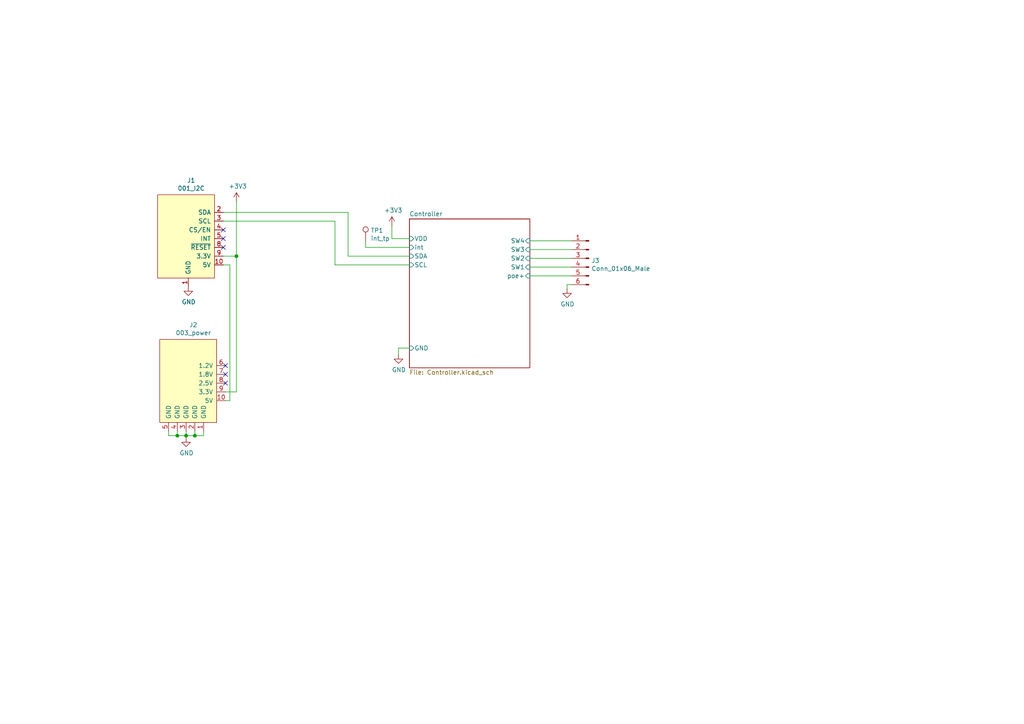
<source format=kicad_sch>
(kicad_sch (version 20211123) (generator eeschema)

  (uuid cc67b15e-1cc5-4352-bfe2-8182f8221ed6)

  (paper "A4")

  (lib_symbols
    (symbol "Connector:Conn_01x06_Male" (pin_names (offset 1.016) hide) (in_bom yes) (on_board yes)
      (property "Reference" "J" (id 0) (at 0 7.62 0)
        (effects (font (size 1.27 1.27)))
      )
      (property "Value" "Conn_01x06_Male" (id 1) (at 0 -10.16 0)
        (effects (font (size 1.27 1.27)))
      )
      (property "Footprint" "" (id 2) (at 0 0 0)
        (effects (font (size 1.27 1.27)) hide)
      )
      (property "Datasheet" "~" (id 3) (at 0 0 0)
        (effects (font (size 1.27 1.27)) hide)
      )
      (property "ki_keywords" "connector" (id 4) (at 0 0 0)
        (effects (font (size 1.27 1.27)) hide)
      )
      (property "ki_description" "Generic connector, single row, 01x06, script generated (kicad-library-utils/schlib/autogen/connector/)" (id 5) (at 0 0 0)
        (effects (font (size 1.27 1.27)) hide)
      )
      (property "ki_fp_filters" "Connector*:*_1x??_*" (id 6) (at 0 0 0)
        (effects (font (size 1.27 1.27)) hide)
      )
      (symbol "Conn_01x06_Male_1_1"
        (polyline
          (pts
            (xy 1.27 -7.62)
            (xy 0.8636 -7.62)
          )
          (stroke (width 0.1524) (type default) (color 0 0 0 0))
          (fill (type none))
        )
        (polyline
          (pts
            (xy 1.27 -5.08)
            (xy 0.8636 -5.08)
          )
          (stroke (width 0.1524) (type default) (color 0 0 0 0))
          (fill (type none))
        )
        (polyline
          (pts
            (xy 1.27 -2.54)
            (xy 0.8636 -2.54)
          )
          (stroke (width 0.1524) (type default) (color 0 0 0 0))
          (fill (type none))
        )
        (polyline
          (pts
            (xy 1.27 0)
            (xy 0.8636 0)
          )
          (stroke (width 0.1524) (type default) (color 0 0 0 0))
          (fill (type none))
        )
        (polyline
          (pts
            (xy 1.27 2.54)
            (xy 0.8636 2.54)
          )
          (stroke (width 0.1524) (type default) (color 0 0 0 0))
          (fill (type none))
        )
        (polyline
          (pts
            (xy 1.27 5.08)
            (xy 0.8636 5.08)
          )
          (stroke (width 0.1524) (type default) (color 0 0 0 0))
          (fill (type none))
        )
        (rectangle (start 0.8636 -7.493) (end 0 -7.747)
          (stroke (width 0.1524) (type default) (color 0 0 0 0))
          (fill (type outline))
        )
        (rectangle (start 0.8636 -4.953) (end 0 -5.207)
          (stroke (width 0.1524) (type default) (color 0 0 0 0))
          (fill (type outline))
        )
        (rectangle (start 0.8636 -2.413) (end 0 -2.667)
          (stroke (width 0.1524) (type default) (color 0 0 0 0))
          (fill (type outline))
        )
        (rectangle (start 0.8636 0.127) (end 0 -0.127)
          (stroke (width 0.1524) (type default) (color 0 0 0 0))
          (fill (type outline))
        )
        (rectangle (start 0.8636 2.667) (end 0 2.413)
          (stroke (width 0.1524) (type default) (color 0 0 0 0))
          (fill (type outline))
        )
        (rectangle (start 0.8636 5.207) (end 0 4.953)
          (stroke (width 0.1524) (type default) (color 0 0 0 0))
          (fill (type outline))
        )
        (pin passive line (at 5.08 5.08 180) (length 3.81)
          (name "Pin_1" (effects (font (size 1.27 1.27))))
          (number "1" (effects (font (size 1.27 1.27))))
        )
        (pin passive line (at 5.08 2.54 180) (length 3.81)
          (name "Pin_2" (effects (font (size 1.27 1.27))))
          (number "2" (effects (font (size 1.27 1.27))))
        )
        (pin passive line (at 5.08 0 180) (length 3.81)
          (name "Pin_3" (effects (font (size 1.27 1.27))))
          (number "3" (effects (font (size 1.27 1.27))))
        )
        (pin passive line (at 5.08 -2.54 180) (length 3.81)
          (name "Pin_4" (effects (font (size 1.27 1.27))))
          (number "4" (effects (font (size 1.27 1.27))))
        )
        (pin passive line (at 5.08 -5.08 180) (length 3.81)
          (name "Pin_5" (effects (font (size 1.27 1.27))))
          (number "5" (effects (font (size 1.27 1.27))))
        )
        (pin passive line (at 5.08 -7.62 180) (length 3.81)
          (name "Pin_6" (effects (font (size 1.27 1.27))))
          (number "6" (effects (font (size 1.27 1.27))))
        )
      )
    )
    (symbol "Connector:TestPoint" (pin_numbers hide) (pin_names (offset 0.762) hide) (in_bom yes) (on_board yes)
      (property "Reference" "TP" (id 0) (at 0 6.858 0)
        (effects (font (size 1.27 1.27)))
      )
      (property "Value" "TestPoint" (id 1) (at 0 5.08 0)
        (effects (font (size 1.27 1.27)))
      )
      (property "Footprint" "" (id 2) (at 5.08 0 0)
        (effects (font (size 1.27 1.27)) hide)
      )
      (property "Datasheet" "~" (id 3) (at 5.08 0 0)
        (effects (font (size 1.27 1.27)) hide)
      )
      (property "ki_keywords" "test point tp" (id 4) (at 0 0 0)
        (effects (font (size 1.27 1.27)) hide)
      )
      (property "ki_description" "test point" (id 5) (at 0 0 0)
        (effects (font (size 1.27 1.27)) hide)
      )
      (property "ki_fp_filters" "Pin* Test*" (id 6) (at 0 0 0)
        (effects (font (size 1.27 1.27)) hide)
      )
      (symbol "TestPoint_0_1"
        (circle (center 0 3.302) (radius 0.762)
          (stroke (width 0) (type default) (color 0 0 0 0))
          (fill (type none))
        )
      )
      (symbol "TestPoint_1_1"
        (pin passive line (at 0 0 90) (length 2.54)
          (name "1" (effects (font (size 1.27 1.27))))
          (number "1" (effects (font (size 1.27 1.27))))
        )
      )
    )
    (symbol "board-rescue:+3.3V-power" (power) (pin_names (offset 0)) (in_bom yes) (on_board yes)
      (property "Reference" "#PWR" (id 0) (at 0 -3.81 0)
        (effects (font (size 1.27 1.27)) hide)
      )
      (property "Value" "+3.3V-power" (id 1) (at 0 3.556 0)
        (effects (font (size 1.27 1.27)))
      )
      (property "Footprint" "" (id 2) (at 0 0 0)
        (effects (font (size 1.27 1.27)) hide)
      )
      (property "Datasheet" "" (id 3) (at 0 0 0)
        (effects (font (size 1.27 1.27)) hide)
      )
      (symbol "+3.3V-power_0_1"
        (polyline
          (pts
            (xy -0.762 1.27)
            (xy 0 2.54)
          )
          (stroke (width 0) (type default) (color 0 0 0 0))
          (fill (type none))
        )
        (polyline
          (pts
            (xy 0 0)
            (xy 0 2.54)
          )
          (stroke (width 0) (type default) (color 0 0 0 0))
          (fill (type none))
        )
        (polyline
          (pts
            (xy 0 2.54)
            (xy 0.762 1.27)
          )
          (stroke (width 0) (type default) (color 0 0 0 0))
          (fill (type none))
        )
      )
      (symbol "+3.3V-power_1_1"
        (pin power_in line (at 0 0 90) (length 0) hide
          (name "+3V3" (effects (font (size 1.27 1.27))))
          (number "1" (effects (font (size 1.27 1.27))))
        )
      )
    )
    (symbol "board-rescue:001_I2C-put_on_edge" (pin_names (offset 1.016)) (in_bom yes) (on_board yes)
      (property "Reference" "J" (id 0) (at -2.54 13.97 0)
        (effects (font (size 1.27 1.27)))
      )
      (property "Value" "001_I2C-put_on_edge" (id 1) (at 8.89 13.97 0)
        (effects (font (size 1.27 1.27)))
      )
      (property "Footprint" "" (id 2) (at 7.62 16.51 0)
        (effects (font (size 1.27 1.27)) hide)
      )
      (property "Datasheet" "" (id 3) (at 7.62 16.51 0)
        (effects (font (size 1.27 1.27)) hide)
      )
      (symbol "001_I2C-put_on_edge_0_1"
        (rectangle (start -8.89 12.7) (end 7.62 -11.43)
          (stroke (width 0) (type default) (color 0 0 0 0))
          (fill (type background))
        )
      )
      (symbol "001_I2C-put_on_edge_1_1"
        (pin power_in line (at -1.27 -13.97 90) (length 2.54)
          (name "GND" (effects (font (size 1.27 1.27))))
          (number "1" (effects (font (size 1.27 1.27))))
        )
        (pin power_in line (at -11.43 -7.62 0) (length 2.54)
          (name "5V" (effects (font (size 1.27 1.27))))
          (number "10" (effects (font (size 1.27 1.27))))
        )
        (pin bidirectional line (at -11.43 7.62 0) (length 2.54)
          (name "SDA" (effects (font (size 1.27 1.27))))
          (number "2" (effects (font (size 1.27 1.27))))
        )
        (pin bidirectional line (at -11.43 5.08 0) (length 2.54)
          (name "SCL" (effects (font (size 1.27 1.27))))
          (number "3" (effects (font (size 1.27 1.27))))
        )
        (pin bidirectional line (at -11.43 2.54 0) (length 2.54)
          (name "CS/EN" (effects (font (size 1.27 1.27))))
          (number "4" (effects (font (size 1.27 1.27))))
        )
        (pin bidirectional line (at -11.43 0 0) (length 2.54)
          (name "INT" (effects (font (size 1.27 1.27))))
          (number "5" (effects (font (size 1.27 1.27))))
        )
        (pin bidirectional line (at -11.43 -2.54 0) (length 2.54)
          (name "~{RESET}" (effects (font (size 1.27 1.27))))
          (number "8" (effects (font (size 1.27 1.27))))
        )
        (pin power_in line (at -11.43 -5.08 0) (length 2.54)
          (name "3.3V" (effects (font (size 1.27 1.27))))
          (number "9" (effects (font (size 1.27 1.27))))
        )
      )
    )
    (symbol "board-rescue:003_power-put_on_edge" (pin_names (offset 1.016)) (in_bom yes) (on_board yes)
      (property "Reference" "J" (id 0) (at -2.54 13.97 0)
        (effects (font (size 1.27 1.27)))
      )
      (property "Value" "003_power-put_on_edge" (id 1) (at 8.89 13.97 0)
        (effects (font (size 1.27 1.27)))
      )
      (property "Footprint" "" (id 2) (at 7.62 16.51 0)
        (effects (font (size 1.27 1.27)) hide)
      )
      (property "Datasheet" "" (id 3) (at 7.62 16.51 0)
        (effects (font (size 1.27 1.27)) hide)
      )
      (symbol "003_power-put_on_edge_0_1"
        (rectangle (start -8.89 12.7) (end 7.62 -11.43)
          (stroke (width 0) (type default) (color 0 0 0 0))
          (fill (type background))
        )
      )
      (symbol "003_power-put_on_edge_1_1"
        (pin power_in line (at -5.08 -13.97 90) (length 2.54)
          (name "GND" (effects (font (size 1.27 1.27))))
          (number "1" (effects (font (size 1.27 1.27))))
        )
        (pin power_out line (at -11.43 -5.08 0) (length 2.54)
          (name "5V" (effects (font (size 1.27 1.27))))
          (number "10" (effects (font (size 1.27 1.27))))
        )
        (pin power_in line (at -2.54 -13.97 90) (length 2.54)
          (name "GND" (effects (font (size 1.27 1.27))))
          (number "2" (effects (font (size 1.27 1.27))))
        )
        (pin power_in line (at 0 -13.97 90) (length 2.54)
          (name "GND" (effects (font (size 1.27 1.27))))
          (number "3" (effects (font (size 1.27 1.27))))
        )
        (pin power_in line (at 2.54 -13.97 90) (length 2.54)
          (name "GND" (effects (font (size 1.27 1.27))))
          (number "4" (effects (font (size 1.27 1.27))))
        )
        (pin power_in line (at 5.08 -13.97 90) (length 2.54)
          (name "GND" (effects (font (size 1.27 1.27))))
          (number "5" (effects (font (size 1.27 1.27))))
        )
        (pin power_out line (at -11.43 5.08 0) (length 2.54)
          (name "1.2V" (effects (font (size 1.27 1.27))))
          (number "6" (effects (font (size 1.27 1.27))))
        )
        (pin power_out line (at -11.43 2.54 0) (length 2.54)
          (name "1.8V" (effects (font (size 1.27 1.27))))
          (number "7" (effects (font (size 1.27 1.27))))
        )
        (pin power_out line (at -11.43 0 0) (length 2.54)
          (name "2.5V" (effects (font (size 1.27 1.27))))
          (number "8" (effects (font (size 1.27 1.27))))
        )
        (pin power_out line (at -11.43 -2.54 0) (length 2.54)
          (name "3.3V" (effects (font (size 1.27 1.27))))
          (number "9" (effects (font (size 1.27 1.27))))
        )
      )
    )
    (symbol "power:GND" (power) (pin_names (offset 0)) (in_bom yes) (on_board yes)
      (property "Reference" "#PWR" (id 0) (at 0 -6.35 0)
        (effects (font (size 1.27 1.27)) hide)
      )
      (property "Value" "GND" (id 1) (at 0 -3.81 0)
        (effects (font (size 1.27 1.27)))
      )
      (property "Footprint" "" (id 2) (at 0 0 0)
        (effects (font (size 1.27 1.27)) hide)
      )
      (property "Datasheet" "" (id 3) (at 0 0 0)
        (effects (font (size 1.27 1.27)) hide)
      )
      (property "ki_keywords" "power-flag" (id 4) (at 0 0 0)
        (effects (font (size 1.27 1.27)) hide)
      )
      (property "ki_description" "Power symbol creates a global label with name \"GND\" , ground" (id 5) (at 0 0 0)
        (effects (font (size 1.27 1.27)) hide)
      )
      (symbol "GND_0_1"
        (polyline
          (pts
            (xy 0 0)
            (xy 0 -1.27)
            (xy 1.27 -1.27)
            (xy 0 -2.54)
            (xy -1.27 -1.27)
            (xy 0 -1.27)
          )
          (stroke (width 0) (type default) (color 0 0 0 0))
          (fill (type none))
        )
      )
      (symbol "GND_1_1"
        (pin power_in line (at 0 0 270) (length 0) hide
          (name "GND" (effects (font (size 1.27 1.27))))
          (number "1" (effects (font (size 1.27 1.27))))
        )
      )
    )
  )

  (junction (at 51.435 126.365) (diameter 0) (color 0 0 0 0)
    (uuid 0d5490d5-deb1-4092-854f-dba1bbfbf62c)
  )
  (junction (at 53.975 126.365) (diameter 0) (color 0 0 0 0)
    (uuid 31eda880-bce6-49d8-9bd2-ad399e3375c1)
  )
  (junction (at 56.515 126.365) (diameter 0) (color 0 0 0 0)
    (uuid 536fa382-b64d-4cd5-ac85-60c28936a9ca)
  )
  (junction (at 68.58 74.295) (diameter 0) (color 0 0 0 0)
    (uuid ceb095e5-3997-4ef8-a090-f97f3954755d)
  )

  (no_connect (at 64.77 69.215) (uuid 02e903e7-39c2-4462-a4fa-0826b92b697d))
  (no_connect (at 65.405 108.585) (uuid 097f5ff9-8fff-4a5a-be43-2d4a5b696ee5))
  (no_connect (at 65.405 111.125) (uuid 2b287596-5847-4804-b91c-cedc9217f91c))
  (no_connect (at 64.77 71.755) (uuid 9cfd287b-2e8d-4b08-98f9-2d86a9213ee4))
  (no_connect (at 65.405 106.045) (uuid ba02edc2-1193-4e01-bd13-06688e5f9f02))
  (no_connect (at 64.77 66.675) (uuid be76ccc1-0a8a-4c3b-aec9-9b33e3ca00ed))

  (wire (pts (xy 64.77 76.835) (xy 66.675 76.835))
    (stroke (width 0) (type default) (color 0 0 0 0))
    (uuid 05ed8992-e352-4f6a-8aec-4bd71bb9735c)
  )
  (wire (pts (xy 64.77 74.295) (xy 68.58 74.295))
    (stroke (width 0) (type default) (color 0 0 0 0))
    (uuid 07e63c96-e094-4a11-bba4-990ab6012769)
  )
  (wire (pts (xy 68.58 74.295) (xy 68.58 113.665))
    (stroke (width 0) (type default) (color 0 0 0 0))
    (uuid 0a7273b9-5548-4f6f-9327-3f55c2df64be)
  )
  (wire (pts (xy 113.665 65.405) (xy 113.665 69.215))
    (stroke (width 0) (type default) (color 0 0 0 0))
    (uuid 0c1db0a1-451f-4e50-b4a3-692eb3919a0f)
  )
  (wire (pts (xy 48.895 126.365) (xy 51.435 126.365))
    (stroke (width 0) (type default) (color 0 0 0 0))
    (uuid 0d848fe5-bf5d-4e0f-8f51-cf2793515ab0)
  )
  (wire (pts (xy 59.055 126.365) (xy 59.055 125.095))
    (stroke (width 0) (type default) (color 0 0 0 0))
    (uuid 0d8a6a8e-06aa-4829-9f5d-28d51df87f54)
  )
  (wire (pts (xy 66.675 116.205) (xy 66.675 76.835))
    (stroke (width 0) (type default) (color 0 0 0 0))
    (uuid 100ab2d3-eab7-4907-a5ed-cbcf747b3720)
  )
  (wire (pts (xy 56.515 125.095) (xy 56.515 126.365))
    (stroke (width 0) (type default) (color 0 0 0 0))
    (uuid 148cf7ae-ef21-488f-b127-7488757603d8)
  )
  (wire (pts (xy 118.745 74.295) (xy 100.965 74.295))
    (stroke (width 0) (type default) (color 0 0 0 0))
    (uuid 166f7130-85d2-428f-8da4-f026eb51319a)
  )
  (wire (pts (xy 113.665 69.215) (xy 118.745 69.215))
    (stroke (width 0) (type default) (color 0 0 0 0))
    (uuid 36f7afcc-cceb-439a-b109-f6a392c28e2c)
  )
  (wire (pts (xy 53.975 125.095) (xy 53.975 126.365))
    (stroke (width 0) (type default) (color 0 0 0 0))
    (uuid 4c54a8f6-8900-4304-a286-1db5f290f9b5)
  )
  (wire (pts (xy 97.155 64.135) (xy 97.155 76.835))
    (stroke (width 0) (type default) (color 0 0 0 0))
    (uuid 4cb57171-f0d0-4ee4-a364-20be869b2b2c)
  )
  (wire (pts (xy 165.735 74.93) (xy 153.67 74.93))
    (stroke (width 0) (type default) (color 0 0 0 0))
    (uuid 4e3b072b-25f8-4369-a280-7428af26b524)
  )
  (wire (pts (xy 64.77 64.135) (xy 97.155 64.135))
    (stroke (width 0) (type default) (color 0 0 0 0))
    (uuid 5ad324ac-daa1-47b7-a1b8-ccdddd3b92d5)
  )
  (wire (pts (xy 115.57 100.965) (xy 118.745 100.965))
    (stroke (width 0) (type default) (color 0 0 0 0))
    (uuid 5c9c0e93-1065-4204-aee4-aeb5794bdcd7)
  )
  (wire (pts (xy 48.895 125.095) (xy 48.895 126.365))
    (stroke (width 0) (type default) (color 0 0 0 0))
    (uuid 61323245-78ff-4c79-b6d7-447ad5ba219c)
  )
  (wire (pts (xy 53.975 126.365) (xy 56.515 126.365))
    (stroke (width 0) (type default) (color 0 0 0 0))
    (uuid 61a2d98f-1e3d-4e43-a00c-3a599ed11c8f)
  )
  (wire (pts (xy 53.975 126.365) (xy 53.975 127))
    (stroke (width 0) (type default) (color 0 0 0 0))
    (uuid 64529a75-6efe-4b38-a3b5-d0129771f94d)
  )
  (wire (pts (xy 65.405 113.665) (xy 68.58 113.665))
    (stroke (width 0) (type default) (color 0 0 0 0))
    (uuid 77d7d909-e9cf-4498-b75f-3cbacb8638db)
  )
  (wire (pts (xy 164.465 83.82) (xy 164.465 82.55))
    (stroke (width 0) (type default) (color 0 0 0 0))
    (uuid 78fc6388-4d3d-46a4-9e3c-3c2dfb41ef04)
  )
  (wire (pts (xy 153.67 77.47) (xy 165.735 77.47))
    (stroke (width 0) (type default) (color 0 0 0 0))
    (uuid 83baac8c-556a-4464-a76c-2616a37c44c8)
  )
  (wire (pts (xy 153.67 72.39) (xy 165.735 72.39))
    (stroke (width 0) (type default) (color 0 0 0 0))
    (uuid 9af93b67-e4fb-4b7c-a66b-404b7d6758f6)
  )
  (wire (pts (xy 165.735 80.01) (xy 153.67 80.01))
    (stroke (width 0) (type default) (color 0 0 0 0))
    (uuid a3ab60b2-f853-42bd-9f04-31787764abc1)
  )
  (wire (pts (xy 65.405 116.205) (xy 66.675 116.205))
    (stroke (width 0) (type default) (color 0 0 0 0))
    (uuid afa5ab1e-996e-444a-9826-6abd30528fa8)
  )
  (wire (pts (xy 153.67 69.85) (xy 165.735 69.85))
    (stroke (width 0) (type default) (color 0 0 0 0))
    (uuid b3f121c9-bbac-4df1-a71e-88afeb157bcd)
  )
  (wire (pts (xy 100.965 74.295) (xy 100.965 61.595))
    (stroke (width 0) (type default) (color 0 0 0 0))
    (uuid b44002b8-b95c-4d8a-a1dd-1a47c3a47802)
  )
  (wire (pts (xy 164.465 82.55) (xy 165.735 82.55))
    (stroke (width 0) (type default) (color 0 0 0 0))
    (uuid b8e9441b-3cbe-4474-8215-dd3931442f0f)
  )
  (wire (pts (xy 100.965 61.595) (xy 64.77 61.595))
    (stroke (width 0) (type default) (color 0 0 0 0))
    (uuid c5bc420d-5325-4b6d-92d6-2320a53b39a0)
  )
  (wire (pts (xy 68.58 58.42) (xy 68.58 74.295))
    (stroke (width 0) (type default) (color 0 0 0 0))
    (uuid c9504b76-b59c-4f73-921f-04eea2734ca1)
  )
  (wire (pts (xy 56.515 126.365) (xy 59.055 126.365))
    (stroke (width 0) (type default) (color 0 0 0 0))
    (uuid cfb0b9bf-ee9c-4d98-9aa4-fe8b1fd73347)
  )
  (wire (pts (xy 51.435 126.365) (xy 53.975 126.365))
    (stroke (width 0) (type default) (color 0 0 0 0))
    (uuid dac7cb48-5629-4f29-8a65-46e8c35ce754)
  )
  (wire (pts (xy 97.155 76.835) (xy 118.745 76.835))
    (stroke (width 0) (type default) (color 0 0 0 0))
    (uuid de458e1a-d3b6-4905-973f-f6786ca6340b)
  )
  (wire (pts (xy 115.57 102.87) (xy 115.57 100.965))
    (stroke (width 0) (type default) (color 0 0 0 0))
    (uuid f03dc5f4-633e-4211-b790-3de5c86509b1)
  )
  (wire (pts (xy 106.045 71.755) (xy 118.745 71.755))
    (stroke (width 0) (type default) (color 0 0 0 0))
    (uuid f08a18f8-240a-49a9-8a9b-38c5bc99345d)
  )
  (wire (pts (xy 106.045 69.85) (xy 106.045 71.755))
    (stroke (width 0) (type default) (color 0 0 0 0))
    (uuid f5d0719e-20b4-42dc-aba7-248e092a86ae)
  )
  (wire (pts (xy 51.435 125.095) (xy 51.435 126.365))
    (stroke (width 0) (type default) (color 0 0 0 0))
    (uuid f881ad03-7cdf-4aad-ade2-e0e056d66352)
  )

  (symbol (lib_id "power:GND") (at 115.57 102.87 0) (unit 1)
    (in_bom yes) (on_board yes)
    (uuid 00000000-0000-0000-0000-00006083d028)
    (property "Reference" "#PWR0101" (id 0) (at 115.57 109.22 0)
      (effects (font (size 1.27 1.27)) hide)
    )
    (property "Value" "" (id 1) (at 115.697 107.2642 0))
    (property "Footprint" "" (id 2) (at 115.57 102.87 0)
      (effects (font (size 1.27 1.27)) hide)
    )
    (property "Datasheet" "" (id 3) (at 115.57 102.87 0)
      (effects (font (size 1.27 1.27)) hide)
    )
    (pin "1" (uuid 0df4b7d2-c56a-48fa-b328-ea80879742ae))
  )

  (symbol (lib_id "board-rescue:+3.3V-power") (at 113.665 65.405 0) (unit 1)
    (in_bom yes) (on_board yes)
    (uuid 00000000-0000-0000-0000-000060841520)
    (property "Reference" "#PWR0102" (id 0) (at 113.665 69.215 0)
      (effects (font (size 1.27 1.27)) hide)
    )
    (property "Value" "" (id 1) (at 114.046 61.0108 0))
    (property "Footprint" "" (id 2) (at 113.665 65.405 0)
      (effects (font (size 1.27 1.27)) hide)
    )
    (property "Datasheet" "" (id 3) (at 113.665 65.405 0)
      (effects (font (size 1.27 1.27)) hide)
    )
    (pin "1" (uuid e6563285-2224-42b9-92c8-1cec4a73def4))
  )

  (symbol (lib_id "board-rescue:001_I2C-put_on_edge") (at 53.34 69.215 0) (mirror y) (unit 1)
    (in_bom yes) (on_board yes)
    (uuid 00000000-0000-0000-0000-000060864f93)
    (property "Reference" "J1" (id 0) (at 55.4482 52.324 0))
    (property "Value" "" (id 1) (at 55.4482 54.6354 0))
    (property "Footprint" "" (id 2) (at 45.72 52.705 0)
      (effects (font (size 1.27 1.27)) hide)
    )
    (property "Datasheet" "" (id 3) (at 45.72 52.705 0)
      (effects (font (size 1.27 1.27)) hide)
    )
    (pin "1" (uuid 590ba20e-df7f-43a2-a776-534176b092d9))
    (pin "10" (uuid e7eb95e7-f489-4a79-8007-db7922355f9a))
    (pin "2" (uuid cb52b52e-5e93-4280-85b4-baf09c4737f2))
    (pin "3" (uuid 1a0e5328-d03b-42d7-9f8b-9bc07ad5de6f))
    (pin "4" (uuid 43efe08a-01e3-458a-8b71-fb831e6a84b4))
    (pin "5" (uuid dddca329-e4a1-4413-8bb1-7ac91efc802d))
    (pin "8" (uuid ec934b66-86f5-4995-8bbf-ac4af56faeff))
    (pin "9" (uuid 8d49e17a-f211-41d1-88fc-82c99631842e))
  )

  (symbol (lib_id "board-rescue:003_power-put_on_edge") (at 53.975 111.125 0) (mirror y) (unit 1)
    (in_bom yes) (on_board yes)
    (uuid 00000000-0000-0000-0000-000060866483)
    (property "Reference" "J2" (id 0) (at 56.0832 94.234 0))
    (property "Value" "" (id 1) (at 56.0832 96.5454 0))
    (property "Footprint" "" (id 2) (at 46.355 94.615 0)
      (effects (font (size 1.27 1.27)) hide)
    )
    (property "Datasheet" "" (id 3) (at 46.355 94.615 0)
      (effects (font (size 1.27 1.27)) hide)
    )
    (pin "1" (uuid d5afc0ff-273d-41b1-aaac-40ddecac9ff7))
    (pin "10" (uuid 7aa9aaa6-223e-4ef2-a564-f9ae6ffd604f))
    (pin "2" (uuid 2e2f78b5-c6ed-4da5-b354-ff851499fc9c))
    (pin "3" (uuid 4169d05e-59aa-4a5e-8a82-298f90430e7c))
    (pin "4" (uuid e59b20ef-249e-4b4c-a744-e70547e0ad11))
    (pin "5" (uuid 24cfe3f7-6f4e-41c8-94fa-99f46e842a29))
    (pin "6" (uuid 8a30a8f4-29b8-42c3-bfa8-f3b4631aac84))
    (pin "7" (uuid 92e218d3-b614-47fe-bfd7-38c27ec02046))
    (pin "8" (uuid 7f726511-44f7-4a44-aaba-82e62475d086))
    (pin "9" (uuid ca2401b0-5637-4e9c-9ce2-58aa2c1c93e4))
  )

  (symbol (lib_id "board-rescue:+3.3V-power") (at 68.58 58.42 0) (unit 1)
    (in_bom yes) (on_board yes)
    (uuid 00000000-0000-0000-0000-000060867a11)
    (property "Reference" "#PWR0103" (id 0) (at 68.58 62.23 0)
      (effects (font (size 1.27 1.27)) hide)
    )
    (property "Value" "" (id 1) (at 68.961 54.0258 0))
    (property "Footprint" "" (id 2) (at 68.58 58.42 0)
      (effects (font (size 1.27 1.27)) hide)
    )
    (property "Datasheet" "" (id 3) (at 68.58 58.42 0)
      (effects (font (size 1.27 1.27)) hide)
    )
    (pin "1" (uuid 0369f8a0-3329-4f4b-9c86-c2bdc4575564))
  )

  (symbol (lib_id "power:GND") (at 53.975 127 0) (unit 1)
    (in_bom yes) (on_board yes)
    (uuid 00000000-0000-0000-0000-0000608687ec)
    (property "Reference" "#PWR0104" (id 0) (at 53.975 133.35 0)
      (effects (font (size 1.27 1.27)) hide)
    )
    (property "Value" "" (id 1) (at 54.102 131.3942 0))
    (property "Footprint" "" (id 2) (at 53.975 127 0)
      (effects (font (size 1.27 1.27)) hide)
    )
    (property "Datasheet" "" (id 3) (at 53.975 127 0)
      (effects (font (size 1.27 1.27)) hide)
    )
    (pin "1" (uuid 22260fde-dc2b-4021-a251-f4caacf85465))
  )

  (symbol (lib_id "power:GND") (at 54.61 83.185 0) (unit 1)
    (in_bom yes) (on_board yes)
    (uuid 00000000-0000-0000-0000-000060869b98)
    (property "Reference" "#PWR0105" (id 0) (at 54.61 89.535 0)
      (effects (font (size 1.27 1.27)) hide)
    )
    (property "Value" "" (id 1) (at 54.737 87.5792 0))
    (property "Footprint" "" (id 2) (at 54.61 83.185 0)
      (effects (font (size 1.27 1.27)) hide)
    )
    (property "Datasheet" "" (id 3) (at 54.61 83.185 0)
      (effects (font (size 1.27 1.27)) hide)
    )
    (pin "1" (uuid 682a964d-c1f9-4633-b1a2-e50d2134595f))
  )

  (symbol (lib_id "Connector:Conn_01x06_Male") (at 170.815 74.93 0) (mirror y) (unit 1)
    (in_bom yes) (on_board yes)
    (uuid 00000000-0000-0000-0000-000060afd0c8)
    (property "Reference" "J3" (id 0) (at 171.5262 75.5904 0)
      (effects (font (size 1.27 1.27)) (justify right))
    )
    (property "Value" "" (id 1) (at 171.5262 77.9018 0)
      (effects (font (size 1.27 1.27)) (justify right))
    )
    (property "Footprint" "" (id 2) (at 170.815 74.93 0)
      (effects (font (size 1.27 1.27)) hide)
    )
    (property "Datasheet" "~" (id 3) (at 170.815 74.93 0)
      (effects (font (size 1.27 1.27)) hide)
    )
    (pin "1" (uuid 7dd74d02-11b2-4004-b11c-51cb86491154))
    (pin "2" (uuid 88d67e6c-178d-498f-8878-b3c0f86c50db))
    (pin "3" (uuid c57113a1-b028-4513-b00d-a4a57ac5adc6))
    (pin "4" (uuid 4b35f7ad-3c29-4eaa-935b-1217a70a578b))
    (pin "5" (uuid 6ad69187-f6d7-4503-8ad0-3ae34991fdeb))
    (pin "6" (uuid d2e12d3b-f2c8-497f-933f-44dbd0923436))
  )

  (symbol (lib_id "power:GND") (at 164.465 83.82 0) (unit 1)
    (in_bom yes) (on_board yes)
    (uuid 00000000-0000-0000-0000-000060aff414)
    (property "Reference" "#PWR0106" (id 0) (at 164.465 90.17 0)
      (effects (font (size 1.27 1.27)) hide)
    )
    (property "Value" "" (id 1) (at 164.592 88.2142 0))
    (property "Footprint" "" (id 2) (at 164.465 83.82 0)
      (effects (font (size 1.27 1.27)) hide)
    )
    (property "Datasheet" "" (id 3) (at 164.465 83.82 0)
      (effects (font (size 1.27 1.27)) hide)
    )
    (pin "1" (uuid 8a5d1ab0-592b-48c2-937b-59931b688cee))
  )

  (symbol (lib_id "Connector:TestPoint") (at 106.045 69.85 0) (unit 1)
    (in_bom yes) (on_board yes)
    (uuid 00000000-0000-0000-0000-000060b025b4)
    (property "Reference" "TP1" (id 0) (at 107.5182 66.8528 0)
      (effects (font (size 1.27 1.27)) (justify left))
    )
    (property "Value" "" (id 1) (at 107.5182 69.1642 0)
      (effects (font (size 1.27 1.27)) (justify left))
    )
    (property "Footprint" "" (id 2) (at 111.125 69.85 0)
      (effects (font (size 1.27 1.27)) hide)
    )
    (property "Datasheet" "~" (id 3) (at 111.125 69.85 0)
      (effects (font (size 1.27 1.27)) hide)
    )
    (pin "1" (uuid 140513ac-7708-48b1-93a1-231c99f6a23a))
  )

  (sheet (at 118.745 63.5) (size 34.925 43.18) (fields_autoplaced)
    (stroke (width 0) (type solid) (color 0 0 0 0))
    (fill (color 0 0 0 0.0000))
    (uuid 00000000-0000-0000-0000-00006083c3a8)
    (property "Sheet name" "Controller" (id 0) (at 118.745 62.7884 0)
      (effects (font (size 1.27 1.27)) (justify left bottom))
    )
    (property "Sheet file" "Controller.kicad_sch" (id 1) (at 118.745 107.2646 0)
      (effects (font (size 1.27 1.27)) (justify left top))
    )
    (pin "GND" input (at 118.745 100.965 180)
      (effects (font (size 1.27 1.27)) (justify left))
      (uuid 2bbb9454-3f05-4af4-9cea-17471ccdf958)
    )
    (pin "VDD" input (at 118.745 69.215 180)
      (effects (font (size 1.27 1.27)) (justify left))
      (uuid 8d133159-ce8d-472e-98e4-42503b8acf46)
    )
    (pin "SW4" input (at 153.67 69.85 0)
      (effects (font (size 1.27 1.27)) (justify right))
      (uuid 7b46f0f3-891d-4fdd-a72f-88eba307cfc8)
    )
    (pin "SDA" input (at 118.745 74.295 180)
      (effects (font (size 1.27 1.27)) (justify left))
      (uuid 7a102618-bfae-4551-ba86-af543aa25031)
    )
    (pin "SCL" input (at 118.745 76.835 180)
      (effects (font (size 1.27 1.27)) (justify left))
      (uuid ea11dac4-a589-4822-b470-039307795f18)
    )
    (pin "poe+" input (at 153.67 80.01 0)
      (effects (font (size 1.27 1.27)) (justify right))
      (uuid 7fa275f0-ba97-43c8-9337-2b336f1e55e0)
    )
    (pin "SW3" input (at 153.67 72.39 0)
      (effects (font (size 1.27 1.27)) (justify right))
      (uuid 88475efa-2c74-42e4-b270-062721f4d3c8)
    )
    (pin "SW2" input (at 153.67 74.93 0)
      (effects (font (size 1.27 1.27)) (justify right))
      (uuid a562bddd-d310-4b13-804c-37d52c5bc5b5)
    )
    (pin "SW1" input (at 153.67 77.47 0)
      (effects (font (size 1.27 1.27)) (justify right))
      (uuid a47ab828-5a24-490c-8393-d27ee7085bde)
    )
    (pin "int" input (at 118.745 71.755 180)
      (effects (font (size 1.27 1.27)) (justify left))
      (uuid 50ec15ac-c71b-4e3b-bf19-7191bc941760)
    )
  )

  (sheet_instances
    (path "/" (page "1"))
    (path "/00000000-0000-0000-0000-00006083c3a8" (page "2"))
  )

  (symbol_instances
    (path "/00000000-0000-0000-0000-00006083d028"
      (reference "#PWR0101") (unit 1) (value "GND") (footprint "")
    )
    (path "/00000000-0000-0000-0000-000060841520"
      (reference "#PWR0102") (unit 1) (value "+3.3V") (footprint "")
    )
    (path "/00000000-0000-0000-0000-000060867a11"
      (reference "#PWR0103") (unit 1) (value "+3.3V") (footprint "")
    )
    (path "/00000000-0000-0000-0000-0000608687ec"
      (reference "#PWR0104") (unit 1) (value "GND") (footprint "")
    )
    (path "/00000000-0000-0000-0000-000060869b98"
      (reference "#PWR0105") (unit 1) (value "GND") (footprint "")
    )
    (path "/00000000-0000-0000-0000-000060aff414"
      (reference "#PWR0106") (unit 1) (value "GND") (footprint "")
    )
    (path "/00000000-0000-0000-0000-00006083c3a8/00000000-0000-0000-0000-000060b0da31"
      (reference "C1") (unit 1) (value "100nF") (footprint "Capacitor_SMD:C_0805_2012Metric")
    )
    (path "/00000000-0000-0000-0000-00006083c3a8/00000000-0000-0000-0000-000060b0e9cd"
      (reference "C2") (unit 1) (value "1uF") (footprint "Capacitor_SMD:C_0805_2012Metric")
    )
    (path "/00000000-0000-0000-0000-00006083c3a8/00000000-0000-0000-0000-000060b0ee53"
      (reference "C3") (unit 1) (value "1uF") (footprint "Capacitor_SMD:C_0805_2012Metric")
    )
    (path "/00000000-0000-0000-0000-00006083c3a8/00000000-0000-0000-0000-000060b0f484"
      (reference "C4") (unit 1) (value "100uF") (footprint "Capacitor_SMD:CP_Elec_8x5.4")
    )
    (path "/00000000-0000-0000-0000-000060864f93"
      (reference "J1") (unit 1) (value "001_I2C") (footprint "on_edge:on_edge_2x05_device")
    )
    (path "/00000000-0000-0000-0000-000060866483"
      (reference "J2") (unit 1) (value "003_power") (footprint "on_edge:on_edge_2x05_device")
    )
    (path "/00000000-0000-0000-0000-000060afd0c8"
      (reference "J3") (unit 1) (value "Conn_01x06_Male") (footprint "Connector_PinHeader_2.54mm:PinHeader_1x06_P2.54mm_Vertical")
    )
    (path "/00000000-0000-0000-0000-00006083c3a8/00000000-0000-0000-0000-00005ef70391"
      (reference "Q1") (unit 1) (value "FDMC86102LZ") (footprint "AI-footprints:TRANS_FDMC86102LZ")
    )
    (path "/00000000-0000-0000-0000-00006083c3a8/00000000-0000-0000-0000-000060851acb"
      (reference "Q2") (unit 1) (value "FDMC86102LZ") (footprint "AI-footprints:TRANS_FDMC86102LZ")
    )
    (path "/00000000-0000-0000-0000-00006083c3a8/00000000-0000-0000-0000-000060852dd8"
      (reference "Q3") (unit 1) (value "FDMC86102LZ") (footprint "AI-footprints:TRANS_FDMC86102LZ")
    )
    (path "/00000000-0000-0000-0000-00006083c3a8/00000000-0000-0000-0000-000060854269"
      (reference "Q4") (unit 1) (value "FDMC86102LZ") (footprint "AI-footprints:TRANS_FDMC86102LZ")
    )
    (path "/00000000-0000-0000-0000-00006083c3a8/00000000-0000-0000-0000-00005f8d94fd"
      (reference "R1") (unit 1) (value "2.2k") (footprint "Resistor_SMD:R_0402_1005Metric")
    )
    (path "/00000000-0000-0000-0000-00006083c3a8/00000000-0000-0000-0000-000060851ad2"
      (reference "R2") (unit 1) (value "250m") (footprint "Resistor_SMD:R_2512_6332Metric")
    )
    (path "/00000000-0000-0000-0000-00006083c3a8/00000000-0000-0000-0000-000060852ddf"
      (reference "R3") (unit 1) (value "250m") (footprint "Resistor_SMD:R_2512_6332Metric")
    )
    (path "/00000000-0000-0000-0000-00006083c3a8/00000000-0000-0000-0000-00005ef703a3"
      (reference "R4") (unit 1) (value "250m") (footprint "Resistor_SMD:R_2512_6332Metric")
    )
    (path "/00000000-0000-0000-0000-00006083c3a8/00000000-0000-0000-0000-000060854270"
      (reference "R5") (unit 1) (value "250m") (footprint "Resistor_SMD:R_2512_6332Metric")
    )
    (path "/00000000-0000-0000-0000-00006083c3a8/00000000-0000-0000-0000-000061a97465"
      (reference "R6") (unit 1) (value "0R") (footprint "Resistor_SMD:R_0402_1005Metric")
    )
    (path "/00000000-0000-0000-0000-000060b025b4"
      (reference "TP1") (unit 1) (value "int_tp") (footprint "TestPoint:TestPoint_Pad_2.0x2.0mm")
    )
    (path "/00000000-0000-0000-0000-00006083c3a8/00000000-0000-0000-0000-000060b05be1"
      (reference "TP2") (unit 1) (value "tp") (footprint "TestPoint:TestPoint_Pad_2.0x2.0mm")
    )
    (path "/00000000-0000-0000-0000-00006083c3a8/00000000-0000-0000-0000-000060b07425"
      (reference "TP3") (unit 1) (value "tp") (footprint "TestPoint:TestPoint_Pad_2.0x2.0mm")
    )
    (path "/00000000-0000-0000-0000-00006083c3a8/00000000-0000-0000-0000-000060b07661"
      (reference "TP4") (unit 1) (value "tp") (footprint "TestPoint:TestPoint_Pad_2.0x2.0mm")
    )
    (path "/00000000-0000-0000-0000-00006083c3a8/00000000-0000-0000-0000-000060b078da"
      (reference "TP5") (unit 1) (value "tp") (footprint "TestPoint:TestPoint_Pad_2.0x2.0mm")
    )
    (path "/00000000-0000-0000-0000-00006083c3a8/00000000-0000-0000-0000-000060b07aea"
      (reference "TP6") (unit 1) (value "tp") (footprint "TestPoint:TestPoint_Pad_2.0x2.0mm")
    )
    (path "/00000000-0000-0000-0000-00006083c3a8/00000000-0000-0000-0000-000060b07d3e"
      (reference "TP7") (unit 1) (value "tp") (footprint "TestPoint:TestPoint_Pad_2.0x2.0mm")
    )
    (path "/00000000-0000-0000-0000-00006083c3a8/00000000-0000-0000-0000-000060b07f66"
      (reference "TP8") (unit 1) (value "tp") (footprint "TestPoint:TestPoint_Pad_2.0x2.0mm")
    )
    (path "/00000000-0000-0000-0000-00006083c3a8/00000000-0000-0000-0000-000060b081eb"
      (reference "TP9") (unit 1) (value "tp") (footprint "TestPoint:TestPoint_Pad_2.0x2.0mm")
    )
    (path "/00000000-0000-0000-0000-00006083c3a8/00000000-0000-0000-0000-000060b083e9"
      (reference "TP10") (unit 1) (value "tp") (footprint "TestPoint:TestPoint_Pad_2.0x2.0mm")
    )
    (path "/00000000-0000-0000-0000-00006083c3a8/00000000-0000-0000-0000-000060b0432c"
      (reference "TP11") (unit 1) (value "tp") (footprint "TestPoint:TestPoint_Pad_2.0x2.0mm")
    )
    (path "/00000000-0000-0000-0000-00006083c3a8/00000000-0000-0000-0000-000061aa948f"
      (reference "TP12") (unit 1) (value "tp") (footprint "TestPoint:TestPoint_Pad_2.0x2.0mm")
    )
    (path "/00000000-0000-0000-0000-00006083c3a8/00000000-0000-0000-0000-00005ef7038b"
      (reference "U3") (unit 1) (value "LTC4266AIUHF-4#PBF") (footprint "Package_DFN_QFN:QFN-38-1EP_5x7mm_P0.5mm_EP3.15x5.15mm")
    )
  )
)

</source>
